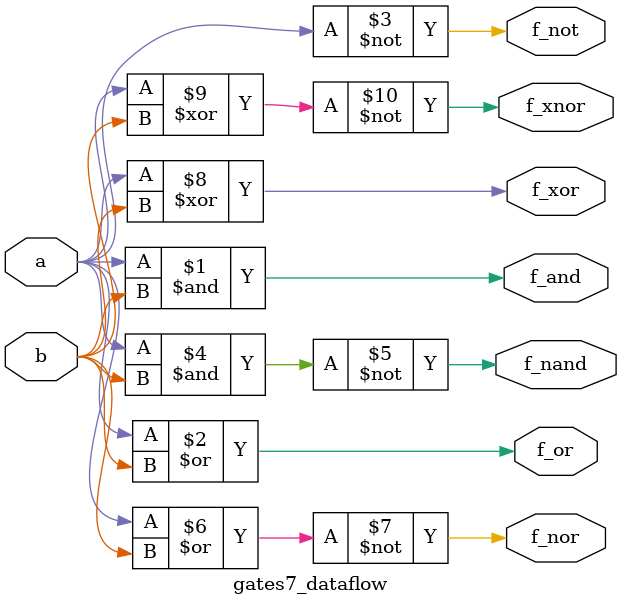
<source format=v>
module gates7_dataflow (a, b,f_and,f_or,f_not,f_nand,f_nor,f_xor,f_xnor);
	input a,b;
	output f_and, f_or,f_not,f_nand,f_nor,f_xor,f_xnor;
	assign f_and = a&b;
	assign f_or = a|b;
	assign f_not = ~a;
	assign f_nand = ~(a&b);
	assign f_nor = ~(a|b);
	assign f_xor = a^b;
	assign f_xnor = ~(a^b);
endmodule

</source>
